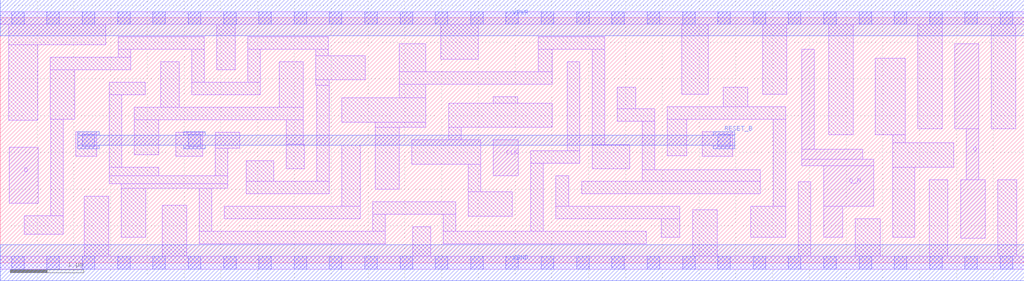
<source format=lef>
# Copyright 2020 The SkyWater PDK Authors
#
# Licensed under the Apache License, Version 2.0 (the "License");
# you may not use this file except in compliance with the License.
# You may obtain a copy of the License at
#
#     https://www.apache.org/licenses/LICENSE-2.0
#
# Unless required by applicable law or agreed to in writing, software
# distributed under the License is distributed on an "AS IS" BASIS,
# WITHOUT WARRANTIES OR CONDITIONS OF ANY KIND, either express or implied.
# See the License for the specific language governing permissions and
# limitations under the License.
#
# SPDX-License-Identifier: Apache-2.0

VERSION 5.7 ;
  NOWIREEXTENSIONATPIN ON ;
  DIVIDERCHAR "/" ;
  BUSBITCHARS "[]" ;
UNITS
  DATABASE MICRONS 200 ;
END UNITS
MACRO sky130_fd_sc_ms__dfrbp_2
  CLASS CORE ;
  FOREIGN sky130_fd_sc_ms__dfrbp_2 ;
  ORIGIN  0.000000  0.000000 ;
  SIZE  13.92000 BY  3.330000 ;
  SYMMETRY X Y R90 ;
  SITE unit ;
  PIN D
    ANTENNAGATEAREA  0.138600 ;
    DIRECTION INPUT ;
    USE SIGNAL ;
    PORT
      LAYER li1 ;
        RECT 0.125000 0.810000 0.515000 1.570000 ;
    END
  END D
  PIN Q
    ANTENNADIFFAREA  0.509600 ;
    DIRECTION OUTPUT ;
    USE SIGNAL ;
    PORT
      LAYER li1 ;
        RECT 12.975000 1.820000 13.305000 2.980000 ;
        RECT 13.060000 0.330000 13.390000 1.130000 ;
        RECT 13.135000 1.130000 13.305000 1.820000 ;
    END
  END Q
  PIN Q_N
    ANTENNADIFFAREA  0.509600 ;
    DIRECTION OUTPUT ;
    USE SIGNAL ;
    PORT
      LAYER li1 ;
        RECT 10.895000 1.320000 11.875000 1.410000 ;
        RECT 10.895000 1.410000 11.725000 1.540000 ;
        RECT 10.895000 1.540000 11.065000 2.900000 ;
        RECT 11.195000 0.350000 11.455000 0.770000 ;
        RECT 11.195000 0.770000 11.875000 1.320000 ;
    END
  END Q_N
  PIN RESET_B
    ANTENNAGATEAREA  0.415800 ;
    DIRECTION INPUT ;
    USE SIGNAL ;
    PORT
      LAYER met1 ;
        RECT 1.055000 1.550000 1.345000 1.595000 ;
        RECT 1.055000 1.595000 9.985000 1.735000 ;
        RECT 1.055000 1.735000 1.345000 1.780000 ;
        RECT 2.495000 1.550000 2.785000 1.595000 ;
        RECT 2.495000 1.735000 2.785000 1.780000 ;
        RECT 9.695000 1.550000 9.985000 1.595000 ;
        RECT 9.695000 1.735000 9.985000 1.780000 ;
    END
  END RESET_B
  PIN CLK
    ANTENNAGATEAREA  0.312600 ;
    DIRECTION INPUT ;
    USE CLOCK ;
    PORT
      LAYER li1 ;
        RECT 6.705000 1.180000 7.045000 1.670000 ;
    END
  END CLK
  PIN VGND
    DIRECTION INOUT ;
    USE GROUND ;
    PORT
      LAYER met1 ;
        RECT 0.000000 -0.245000 13.920000 0.245000 ;
    END
  END VGND
  PIN VPWR
    DIRECTION INOUT ;
    USE POWER ;
    PORT
      LAYER met1 ;
        RECT 0.000000 3.085000 13.920000 3.575000 ;
    END
  END VPWR
  OBS
    LAYER li1 ;
      RECT  0.000000 -0.085000 13.920000 0.085000 ;
      RECT  0.000000  3.245000 13.920000 3.415000 ;
      RECT  0.115000  1.940000  0.510000 2.965000 ;
      RECT  0.115000  2.965000  1.435000 3.245000 ;
      RECT  0.325000  0.390000  0.855000 0.640000 ;
      RECT  0.680000  1.950000  1.010000 2.625000 ;
      RECT  0.680000  2.625000  1.775000 2.795000 ;
      RECT  0.685000  0.640000  0.855000 1.950000 ;
      RECT  1.025000  1.450000  1.315000 1.780000 ;
      RECT  1.145000  0.085000  1.475000 0.905000 ;
      RECT  1.485000  1.075000  3.095000 1.185000 ;
      RECT  1.485000  1.185000  2.155000 1.300000 ;
      RECT  1.485000  1.300000  1.655000 2.285000 ;
      RECT  1.485000  2.285000  1.970000 2.455000 ;
      RECT  1.605000  2.795000  1.775000 2.905000 ;
      RECT  1.605000  2.905000  2.775000 3.075000 ;
      RECT  1.645000  0.350000  1.975000 1.015000 ;
      RECT  1.645000  1.015000  3.095000 1.075000 ;
      RECT  1.825000  1.470000  2.155000 1.945000 ;
      RECT  1.825000  1.945000  4.120000 2.115000 ;
      RECT  2.185000  2.115000  2.435000 2.735000 ;
      RECT  2.205000  0.085000  2.535000 0.780000 ;
      RECT  2.385000  1.445000  2.755000 1.775000 ;
      RECT  2.605000  2.285000  3.535000 2.455000 ;
      RECT  2.605000  2.455000  2.775000 2.905000 ;
      RECT  2.705000  0.255000  5.235000 0.425000 ;
      RECT  2.705000  0.425000  2.875000 1.015000 ;
      RECT  2.925000  1.185000  3.095000 1.555000 ;
      RECT  2.925000  1.555000  3.255000 1.775000 ;
      RECT  2.945000  2.625000  3.195000 3.245000 ;
      RECT  3.045000  0.595000  4.895000 0.765000 ;
      RECT  3.345000  0.935000  4.475000 1.105000 ;
      RECT  3.345000  1.105000  3.715000 1.385000 ;
      RECT  3.365000  2.455000  3.535000 2.905000 ;
      RECT  3.365000  2.905000  4.460000 3.075000 ;
      RECT  3.790000  2.115000  4.120000 2.735000 ;
      RECT  3.885000  1.275000  4.135000 1.610000 ;
      RECT  3.885000  1.610000  4.120000 1.945000 ;
      RECT  4.290000  2.410000  4.475000 2.485000 ;
      RECT  4.290000  2.485000  4.960000 2.815000 ;
      RECT  4.290000  2.815000  4.460000 2.905000 ;
      RECT  4.305000  1.105000  4.475000 2.410000 ;
      RECT  4.645000  0.765000  4.895000 1.600000 ;
      RECT  4.645000  1.910000  5.785000 2.240000 ;
      RECT  5.065000  0.425000  5.235000 0.660000 ;
      RECT  5.065000  0.660000  6.195000 0.830000 ;
      RECT  5.095000  1.000000  5.425000 1.840000 ;
      RECT  5.095000  1.840000  5.785000 1.910000 ;
      RECT  5.425000  2.240000  5.785000 2.425000 ;
      RECT  5.425000  2.425000  7.505000 2.595000 ;
      RECT  5.425000  2.595000  5.785000 2.980000 ;
      RECT  5.595000  1.340000  6.535000 1.670000 ;
      RECT  5.605000  0.085000  5.855000 0.490000 ;
      RECT  5.990000  2.765000  6.500000 3.245000 ;
      RECT  6.025000  0.255000  8.780000 0.425000 ;
      RECT  6.025000  0.425000  6.195000 0.660000 ;
      RECT  6.095000  1.670000  6.265000 1.840000 ;
      RECT  6.095000  1.840000  7.505000 2.170000 ;
      RECT  6.365000  0.635000  6.960000 0.965000 ;
      RECT  6.365000  0.965000  6.535000 1.340000 ;
      RECT  6.705000  2.170000  7.035000 2.255000 ;
      RECT  7.215000  0.425000  7.385000 1.355000 ;
      RECT  7.215000  1.355000  7.880000 1.525000 ;
      RECT  7.315000  2.595000  7.505000 2.905000 ;
      RECT  7.315000  2.905000  8.220000 3.075000 ;
      RECT  7.555000  0.595000  9.235000 0.765000 ;
      RECT  7.555000  0.765000  7.725000 1.185000 ;
      RECT  7.710000  1.525000  7.880000 2.735000 ;
      RECT  7.905000  0.935000 10.335000 1.105000 ;
      RECT  8.050000  1.275000  8.555000 1.605000 ;
      RECT  8.050000  1.605000  8.220000 2.905000 ;
      RECT  8.390000  1.925000  8.895000 2.095000 ;
      RECT  8.390000  2.095000  8.640000 2.385000 ;
      RECT  8.725000  1.105000 10.335000 1.265000 ;
      RECT  8.725000  1.265000  8.895000 1.925000 ;
      RECT  8.985000  0.350000  9.235000 0.595000 ;
      RECT  9.065000  1.455000  9.330000 1.950000 ;
      RECT  9.065000  1.950000 10.675000 2.120000 ;
      RECT  9.265000  2.290000  9.625000 3.245000 ;
      RECT  9.415000  0.085000  9.745000 0.720000 ;
      RECT  9.540000  1.450000  9.955000 1.780000 ;
      RECT  9.830000  2.120000 10.160000 2.385000 ;
      RECT 10.205000  0.350000 10.675000 0.765000 ;
      RECT 10.365000  2.290000 10.695000 3.245000 ;
      RECT 10.505000  0.765000 10.675000 1.950000 ;
      RECT 10.845000  0.085000 11.015000 1.100000 ;
      RECT 11.265000  1.740000 11.595000 3.245000 ;
      RECT 11.625000  0.085000 11.965000 0.600000 ;
      RECT 11.895000  1.740000 12.305000 2.780000 ;
      RECT 12.135000  0.350000 12.430000 1.300000 ;
      RECT 12.135000  1.300000 12.965000 1.630000 ;
      RECT 12.135000  1.630000 12.305000 1.740000 ;
      RECT 12.475000  1.820000 12.805000 3.245000 ;
      RECT 12.630000  0.085000 12.880000 1.130000 ;
      RECT 13.475000  1.820000 13.805000 3.245000 ;
      RECT 13.560000  0.085000 13.820000 1.130000 ;
    LAYER mcon ;
      RECT  0.155000 -0.085000  0.325000 0.085000 ;
      RECT  0.155000  3.245000  0.325000 3.415000 ;
      RECT  0.635000 -0.085000  0.805000 0.085000 ;
      RECT  0.635000  3.245000  0.805000 3.415000 ;
      RECT  1.115000 -0.085000  1.285000 0.085000 ;
      RECT  1.115000  1.580000  1.285000 1.750000 ;
      RECT  1.115000  3.245000  1.285000 3.415000 ;
      RECT  1.595000 -0.085000  1.765000 0.085000 ;
      RECT  1.595000  3.245000  1.765000 3.415000 ;
      RECT  2.075000 -0.085000  2.245000 0.085000 ;
      RECT  2.075000  3.245000  2.245000 3.415000 ;
      RECT  2.555000 -0.085000  2.725000 0.085000 ;
      RECT  2.555000  1.580000  2.725000 1.750000 ;
      RECT  2.555000  3.245000  2.725000 3.415000 ;
      RECT  3.035000 -0.085000  3.205000 0.085000 ;
      RECT  3.035000  3.245000  3.205000 3.415000 ;
      RECT  3.515000 -0.085000  3.685000 0.085000 ;
      RECT  3.515000  3.245000  3.685000 3.415000 ;
      RECT  3.995000 -0.085000  4.165000 0.085000 ;
      RECT  3.995000  3.245000  4.165000 3.415000 ;
      RECT  4.475000 -0.085000  4.645000 0.085000 ;
      RECT  4.475000  3.245000  4.645000 3.415000 ;
      RECT  4.955000 -0.085000  5.125000 0.085000 ;
      RECT  4.955000  3.245000  5.125000 3.415000 ;
      RECT  5.435000 -0.085000  5.605000 0.085000 ;
      RECT  5.435000  3.245000  5.605000 3.415000 ;
      RECT  5.915000 -0.085000  6.085000 0.085000 ;
      RECT  5.915000  3.245000  6.085000 3.415000 ;
      RECT  6.395000 -0.085000  6.565000 0.085000 ;
      RECT  6.395000  3.245000  6.565000 3.415000 ;
      RECT  6.875000 -0.085000  7.045000 0.085000 ;
      RECT  6.875000  3.245000  7.045000 3.415000 ;
      RECT  7.355000 -0.085000  7.525000 0.085000 ;
      RECT  7.355000  3.245000  7.525000 3.415000 ;
      RECT  7.835000 -0.085000  8.005000 0.085000 ;
      RECT  7.835000  3.245000  8.005000 3.415000 ;
      RECT  8.315000 -0.085000  8.485000 0.085000 ;
      RECT  8.315000  3.245000  8.485000 3.415000 ;
      RECT  8.795000 -0.085000  8.965000 0.085000 ;
      RECT  8.795000  3.245000  8.965000 3.415000 ;
      RECT  9.275000 -0.085000  9.445000 0.085000 ;
      RECT  9.275000  3.245000  9.445000 3.415000 ;
      RECT  9.755000 -0.085000  9.925000 0.085000 ;
      RECT  9.755000  1.580000  9.925000 1.750000 ;
      RECT  9.755000  3.245000  9.925000 3.415000 ;
      RECT 10.235000 -0.085000 10.405000 0.085000 ;
      RECT 10.235000  3.245000 10.405000 3.415000 ;
      RECT 10.715000 -0.085000 10.885000 0.085000 ;
      RECT 10.715000  3.245000 10.885000 3.415000 ;
      RECT 11.195000 -0.085000 11.365000 0.085000 ;
      RECT 11.195000  3.245000 11.365000 3.415000 ;
      RECT 11.675000 -0.085000 11.845000 0.085000 ;
      RECT 11.675000  3.245000 11.845000 3.415000 ;
      RECT 12.155000 -0.085000 12.325000 0.085000 ;
      RECT 12.155000  3.245000 12.325000 3.415000 ;
      RECT 12.635000 -0.085000 12.805000 0.085000 ;
      RECT 12.635000  3.245000 12.805000 3.415000 ;
      RECT 13.115000 -0.085000 13.285000 0.085000 ;
      RECT 13.115000  3.245000 13.285000 3.415000 ;
      RECT 13.595000 -0.085000 13.765000 0.085000 ;
      RECT 13.595000  3.245000 13.765000 3.415000 ;
  END
END sky130_fd_sc_ms__dfrbp_2
END LIBRARY

</source>
